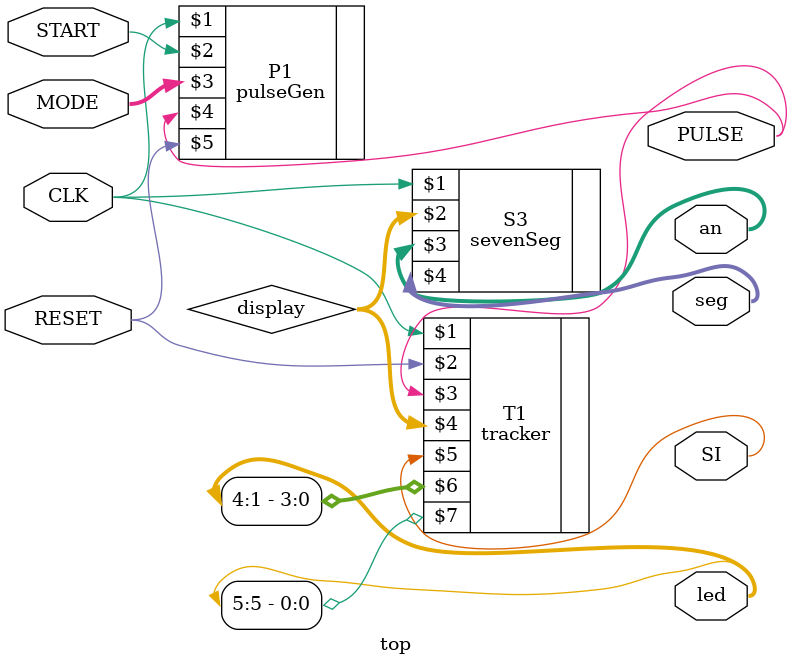
<source format=v>
module top(CLK, START, RESET, MODE, SI, an, seg, led, PULSE);
input wire CLK, START, RESET;
input wire [1:0] MODE;
output wire SI;
output wire [3:0] an;
output wire [6:0] seg;
output wire [5:1] led;
output wire PULSE;
wire [15:0] display;

pulseGen P1 (CLK, START, MODE, PULSE, RESET);

tracker T1 (CLK, RESET, PULSE, display, SI, led[4:1], led[5]);

sevenSeg S3 (CLK, display, an, seg);

endmodule

</source>
